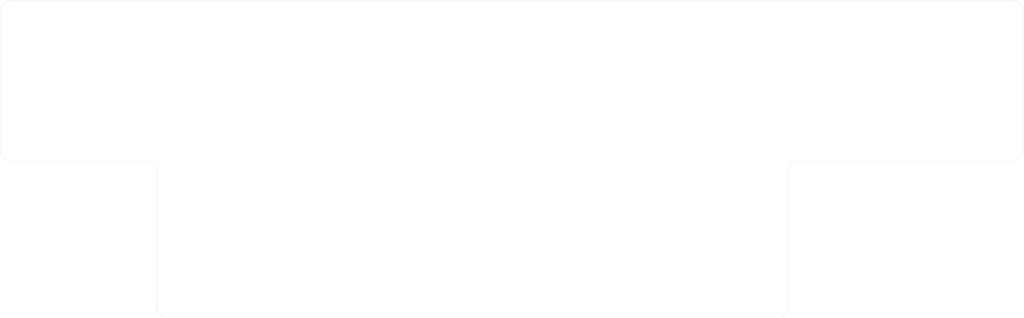
<source format=kicad_pcb>
(kicad_pcb (version 20210228) (generator pcbnew)
  (layers (0 "F.Cu" signal) (31 "B.Cu" signal) (34 "B.Paste" user) (35 "F.Paste" user) (36 "B.SilkS" user "B.Silkscreen") (37 "F.SilkS" user "F.Silkscreen") (38 "B.Mask" user) (39 "F.Mask" user) (44 "Edge.Cuts" user))
  (net 0 "")
  (footprint "MountingHole:MountingHole_2.2mm_M2" (layer "F.Cu") (at 46.83125 79.375)
    (fp_text reference "REF**" hide)
    (fp_text value "MountingHole_2.2mm_M2")
    (pad "1" np_thru_hole circle (at 0 0) (size 2.2 2.2) (drill 2.2) (layers *.Cu *.Mask))
  )
  (footprint "MountingHole:MountingHole_2.2mm_M2" (layer "F.Cu") (at 103.98125 79.375)
    (fp_text reference "REF**" hide)
    (fp_text value "MountingHole_2.2mm_M2")
    (pad "1" np_thru_hole circle (at 0 0) (size 2.2 2.2) (drill 2.2) (layers *.Cu *.Mask))
  )
  (footprint "MountingHole:MountingHole_2.2mm_M2" (layer "F.Cu") (at 84.93125 127)
    (fp_text reference "REF**" hide)
    (fp_text value "MountingHole_2.2mm_M2")
    (pad "1" np_thru_hole circle (at 0 0) (size 2.2 2.2) (drill 2.2) (layers *.Cu *.Mask))
  )
  (footprint "MountingHole:MountingHole_2.2mm_M2" (layer "F.Cu") (at 199.23125 127)
    (fp_text reference "REF**" hide)
    (fp_text value "MountingHole_2.2mm_M2")
    (pad "1" np_thru_hole circle (at 0 0) (size 2.2 2.2) (drill 2.2) (layers *.Cu *.Mask))
  )
  (footprint "MountingHole:MountingHole_2.2mm_M2" (layer "F.Cu") (at 180.18125 79.375)
    (fp_text reference "REF**" hide)
    (fp_text value "MountingHole_2.2mm_M2")
    (pad "1" np_thru_hole circle (at 0 0) (size 2.2 2.2) (drill 2.2) (layers *.Cu *.Mask))
  )
  (footprint "MountingHole:MountingHole_2.2mm_M2" (layer "F.Cu") (at 256.38125 79.375)
    (fp_text reference "REF**" hide)
    (fp_text value "MountingHole_2.2mm_M2")
    (pad "1" np_thru_hole circle (at 0 0) (size 2.2 2.2) (drill 2.2) (layers *.Cu *.Mask))
  )
  (gr_arc (start 30.1625 62.70625) (end 30.1625 59.825) (angle -90) (layer "Edge.Cuts") (width 0.05))
  (gr_arc (start 215.9 134.14375) (end 215.9 137.025) (angle -90) (layer "Edge.Cuts") (width 0.05))
  (gr_arc (start 273.05 96.04375) (end 273.05 98.925) (angle -90) (layer "Edge.Cuts") (width 0.05))
  (gr_line (start 65.38125 134.14375) (end 65.38125 100.80625) (layer "Edge.Cuts") (width 0.05))
  (gr_line (start 30.1625 59.825) (end 273.05 59.825) (layer "Edge.Cuts") (width 0.05))
  (gr_line (start 218.78125 100.80625) (end 218.78125 134.14375) (layer "Edge.Cuts") (width 0.05))
  (gr_line (start 275.93125 62.70625) (end 275.93125 96.04375) (layer "Edge.Cuts") (width 0.05))
  (gr_arc (start 220.6625 100.80625) (end 220.6625 98.925) (angle -90) (layer "Edge.Cuts") (width 0.05))
  (gr_line (start 27.28125 96.04375) (end 27.28125 62.70625) (layer "Edge.Cuts") (width 0.05))
  (gr_arc (start 63.5 100.80625) (end 65.38125 100.80625) (angle -90) (layer "Edge.Cuts") (width 0.05))
  (gr_line (start 215.9 137.025) (end 68.2625 137.025) (layer "Edge.Cuts") (width 0.05))
  (gr_arc (start 68.2625 134.14375) (end 65.38125 134.14375) (angle -90) (layer "Edge.Cuts") (width 0.05))
  (gr_arc (start 273.05 62.70625) (end 275.93125 62.70625) (angle -90) (layer "Edge.Cuts") (width 0.05))
  (gr_arc (start 30.1625 96.04375) (end 27.28125 96.04375) (angle -90) (layer "Edge.Cuts") (width 0.05))
  (gr_line (start 63.5 98.925) (end 30.1625 98.925) (layer "Edge.Cuts") (width 0.05))
  (gr_line (start 273.05 98.925) (end 220.6625 98.925) (layer "Edge.Cuts") (width 0.05))
)
</source>
